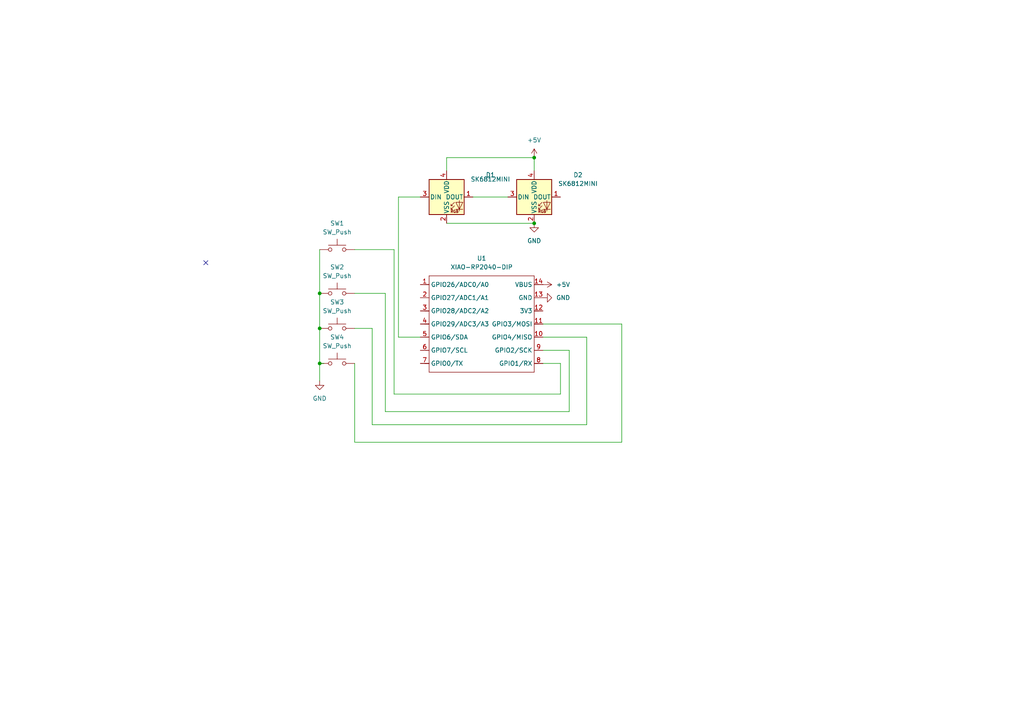
<source format=kicad_sch>
(kicad_sch (version 20250114) (generator "eeschema") (generator_version "9.0")
  (paper "A4")
  (lib_symbols
    (symbol "LED:SK6812MINI" (pin_names (offset 0.254))
      (property "Reference" "D" (at 5.08 5.715 0))
      (property "Value" "SK6812MINI" (at 1.27 -5.715 0))
      (symbol "SK6812MINI_0_0"
        (text "RGB" (at 2.286 -4.191 0) (effects (font (size 0.762 0.762))))
      )
      (symbol "SK6812MINI_0_1"
        (polyline (pts (xy 1.27 -2.54) (xy 1.778 -2.54)))
        (polyline (pts (xy 1.27 -3.556) (xy 1.778 -3.556)))
        (polyline (pts (xy 2.286 -1.524) (xy 1.27 -2.54) (xy 1.27 -2.032)))
        (polyline (pts (xy 2.286 -2.54) (xy 1.27 -3.556) (xy 1.27 -3.048)))
        (polyline (pts (xy 3.683 -1.016) (xy 3.683 -3.556) (xy 3.683 -4.064)))
        (polyline (pts (xy 4.699 -1.524) (xy 2.667 -1.524) (xy 3.683 -3.556) (xy 4.699 -1.524)))
        (polyline (pts (xy 4.699 -3.556) (xy 2.667 -3.556)))
        (rectangle (start 5.08 5.08) (end -5.08 -5.08) (stroke (width 0.254)) (fill (type background)))
      )
      (symbol "SK6812MINI_1_1"
        (pin input line (at -7.62 0 0) (length 2.54) (name "DIN") (number "3"))
        (pin power_in line (at 0 7.62 270) (length 2.54) (name "VDD") (number "4"))
        (pin power_in line (at 0 -7.62 90) (length 2.54) (name "VSS") (number "2"))
        (pin output line (at 7.62 0 180) (length 2.54) (name "DOUT") (number "1"))
      )
    )
    (symbol "OPL:XIAO-RP2040-DIP"
      (property "Reference" "U" (at 0 0 0))
      (property "Value" "XIAO-RP2040-DIP" (at 5.334 -1.778 0))
      (symbol "XIAO-RP2040-DIP_1_0"
        (polyline (pts (xy -1.27 -2.54) (xy 29.21 -2.54)) (stroke (width 0.1524)))
        (polyline (pts (xy -1.27 -5.08) (xy -2.54 -5.08)) (stroke (width 0.1524)))
        (polyline (pts (xy -1.27 -5.08) (xy -1.27 -2.54)) (stroke (width 0.1524)))
        (polyline (pts (xy -1.27 -8.89) (xy -2.54 -8.89)) (stroke (width 0.1524)))
        (polyline (pts (xy -1.27 -8.89) (xy -1.27 -5.08)) (stroke (width 0.1524)))
        (polyline (pts (xy -1.27 -12.7) (xy -2.54 -12.7)) (stroke (width 0.1524)))
        (polyline (pts (xy -1.27 -12.7) (xy -1.27 -8.89)) (stroke (width 0.1524)))
        (polyline (pts (xy -1.27 -16.51) (xy -2.54 -16.51)) (stroke (width 0.1524)))
        (polyline (pts (xy -1.27 -16.51) (xy -1.27 -12.7)) (stroke (width 0.1524)))
        (polyline (pts (xy -1.27 -20.32) (xy -2.54 -20.32)) (stroke (width 0.1524)))
        (polyline (pts (xy -1.27 -24.13) (xy -2.54 -24.13)) (stroke (width 0.1524)))
        (polyline (pts (xy -1.27 -27.94) (xy -2.54 -27.94)) (stroke (width 0.1524)))
        (polyline (pts (xy -1.27 -30.48) (xy -1.27 -16.51)) (stroke (width 0.1524)))
        (polyline (pts (xy 29.21 -2.54) (xy 29.21 -5.08)) (stroke (width 0.1524)))
        (polyline (pts (xy 29.21 -5.08) (xy 29.21 -8.89)) (stroke (width 0.1524)))
        (polyline (pts (xy 29.21 -8.89) (xy 29.21 -12.7)) (stroke (width 0.1524)))
        (polyline (pts (xy 29.21 -12.7) (xy 29.21 -30.48)) (stroke (width 0.1524)))
        (polyline (pts (xy 29.21 -30.48) (xy -1.27 -30.48)) (stroke (width 0.1524)))
        (polyline (pts (xy 30.48 -5.08) (xy 29.21 -5.08)) (stroke (width 0.1524)))
        (polyline (pts (xy 30.48 -8.89) (xy 29.21 -8.89)) (stroke (width 0.1524)))
        (polyline (pts (xy 30.48 -12.7) (xy 29.21 -12.7)) (stroke (width 0.1524)))
        (polyline (pts (xy 30.48 -16.51) (xy 29.21 -16.51)) (stroke (width 0.1524)))
        (polyline (pts (xy 30.48 -20.32) (xy 29.21 -20.32)) (stroke (width 0.1524)))
        (polyline (pts (xy 30.48 -24.13) (xy 29.21 -24.13)) (stroke (width 0.1524)))
        (polyline (pts (xy 30.48 -27.94) (xy 29.21 -27.94)) (stroke (width 0.1524)))
        (pin passive line (at -3.81 -5.08 0) (length 2.54) (name "GPIO26/ADC0/A0") (number "1"))
        (pin passive line (at -3.81 -8.89 0) (length 2.54) (name "GPIO27/ADC1/A1") (number "2"))
        (pin passive line (at -3.81 -12.7 0) (length 2.54) (name "GPIO28/ADC2/A2") (number "3"))
        (pin passive line (at -3.81 -16.51 0) (length 2.54) (name "GPIO29/ADC3/A3") (number "4"))
        (pin passive line (at -3.81 -20.32 0) (length 2.54) (name "GPIO6/SDA") (number "5"))
        (pin passive line (at -3.81 -24.13 0) (length 2.54) (name "GPIO7/SCL") (number "6"))
        (pin passive line (at -3.81 -27.94 0) (length 2.54) (name "GPIO0/TX") (number "7"))
        (pin passive line (at 31.75 -5.08 180) (length 2.54) (name "VBUS") (number "14"))
        (pin passive line (at 31.75 -8.89 180) (length 2.54) (name "GND") (number "13"))
        (pin passive line (at 31.75 -12.7 180) (length 2.54) (name "3V3") (number "12"))
        (pin passive line (at 31.75 -16.51 180) (length 2.54) (name "GPIO3/MOSI") (number "11"))
        (pin passive line (at 31.75 -20.32 180) (length 2.54) (name "GPIO4/MISO") (number "10"))
        (pin passive line (at 31.75 -24.13 180) (length 2.54) (name "GPIO2/SCK") (number "9"))
        (pin passive line (at 31.75 -27.94 180) (length 2.54) (name "GPIO1/RX") (number "8"))
      )
    )
    (symbol "Switch:SW_Push" (pin_numbers (hide yes)) (pin_names (offset 1.016) (hide yes))
      (property "Reference" "SW" (at 1.27 2.54 0))
      (property "Value" "SW_Push" (at 0 -1.524 0))
      (symbol "SW_Push_0_1"
        (circle (center -2.032 0) (radius 0.508))
        (polyline (pts (xy 0 1.27) (xy 0 3.048)))
        (circle (center 2.032 0) (radius 0.508))
        (polyline (pts (xy 2.54 1.27) (xy -2.54 1.27)))
        (pin passive line (at -5.08 0 0) (length 2.54) (name "1") (number "1"))
        (pin passive line (at 5.08 0 180) (length 2.54) (name "2") (number "2"))
      )
    )
    (symbol "power:+5V" (power) (pin_numbers (hide yes)) (pin_names (offset 0) (hide yes))
      (property "Value" "+5V" (at 0 3.556 0))
      (symbol "+5V_0_1"
        (polyline (pts (xy -0.762 1.27) (xy 0 2.54)))
        (polyline (pts (xy 0 2.54) (xy 0.762 1.27)))
        (polyline (pts (xy 0 0) (xy 0 2.54)))
      )
      (symbol "+5V_1_1"
        (pin power_in line (at 0 0 90) (length 0) (name "~") (number "1"))
      )
    )
    (symbol "power:GND" (power) (pin_numbers (hide yes)) (pin_names (offset 0) (hide yes))
      (property "Value" "GND" (at 0 -3.81 0))
      (symbol "GND_0_1"
        (polyline (pts (xy 0 0) (xy 0 -1.27) (xy 1.27 -1.27) (xy 0 -2.54) (xy -1.27 -1.27) (xy 0 -1.27)))
      )
      (symbol "GND_1_1"
        (pin power_in line (at 0 0 270) (length 0) (name "~") (number "1"))
      )
    )
  )
  (junction (at 154.94 45.72))
  (junction (at 92.71 85.09))
  (junction (at 92.71 95.25))
  (junction (at 154.94 64.77))
  (junction (at 92.71 105.41))
  (no_connect (at 59.69 76.2))
  (wire (pts (xy 121.92 57.15) (xy 115.57 57.15)))
  (wire (pts (xy 157.48 97.79) (xy 170.18 97.79)))
  (wire (pts (xy 115.57 57.15) (xy 115.57 97.79)))
  (wire (pts (xy 102.87 95.25) (xy 107.95 95.25)))
  (wire (pts (xy 102.87 128.27) (xy 180.34 128.27)))
  (wire (pts (xy 92.71 110.49) (xy 92.71 105.41)))
  (wire (pts (xy 111.76 85.09) (xy 111.76 119.38)))
  (wire (pts (xy 162.56 105.41) (xy 157.48 105.41)))
  (wire (pts (xy 92.71 95.25) (xy 92.71 105.41)))
  (wire (pts (xy 165.1 101.6) (xy 157.48 101.6)))
  (wire (pts (xy 157.48 93.98) (xy 180.34 93.98)))
  (wire (pts (xy 180.34 128.27) (xy 180.34 93.98)))
  (wire (pts (xy 129.54 64.77) (xy 154.94 64.77)))
  (wire (pts (xy 92.71 72.39) (xy 92.71 85.09)))
  (wire (pts (xy 107.95 95.25) (xy 107.95 123.19)))
  (wire (pts (xy 129.54 45.72) (xy 154.94 45.72)))
  (wire (pts (xy 137.16 57.15) (xy 147.32 57.15)))
  (wire (pts (xy 129.54 49.53) (xy 129.54 45.72)))
  (wire (pts (xy 114.3 114.3) (xy 162.56 114.3)))
  (wire (pts (xy 102.87 105.41) (xy 102.87 128.27)))
  (wire (pts (xy 162.56 114.3) (xy 162.56 105.41)))
  (wire (pts (xy 170.18 97.79) (xy 170.18 123.19)))
  (wire (pts (xy 93.98 105.41) (xy 92.71 105.41)))
  (wire (pts (xy 102.87 85.09) (xy 111.76 85.09)))
  (wire (pts (xy 92.71 85.09) (xy 92.71 95.25)))
  (wire (pts (xy 107.95 123.19) (xy 170.18 123.19)))
  (wire (pts (xy 114.3 72.39) (xy 114.3 114.3)))
  (wire (pts (xy 165.1 119.38) (xy 165.1 101.6)))
  (wire (pts (xy 154.94 45.72) (xy 154.94 49.53)))
  (wire (pts (xy 115.57 97.79) (xy 121.92 97.79)))
  (wire (pts (xy 111.76 119.38) (xy 165.1 119.38)))
  (wire (pts (xy 102.87 72.39) (xy 114.3 72.39)))
  (symbol (lib_id "LED:SK6812MINI") (at 129.54 57.15 0) (unit 1)
    (property "Reference" "D1" (at 142.24 50.7298 0))
    (property "Value" "SK6812MINI" (at 142.24 51.9998 0))
    (property "Footprint" "LED_SMD:LED_SK6812MINI_PLCC4_3.5x3.5mm_P1.75mm" (effects (hide yes)))
    (property "Datasheet" "https://cdn-shop.adafruit.com/product-files/2686/SK6812MINI_REV.01-1-2.pdf" (effects (hide yes)))
    (property "Description" "RGB LED with integrated controller" (effects (hide yes)))
  )
  (symbol (lib_id "power:GND") (at 157.48 86.36 90) (unit 1)
    (property "Reference" "#PWR01" (effects (hide yes)))
    (property "Value" "GND" (at 161.29 86.3599 90) (effects (justify right)))
    (property "Description" "Power symbol creates a global label with name \"GND\" , ground" (effects (hide yes)))
  )
  (symbol (lib_id "power:+5V") (at 157.48 82.55 270) (unit 1)
    (property "Reference" "#PWR04" (effects (hide yes)))
    (property "Value" "+5V" (at 161.29 82.5499 90) (effects (justify left)))
    (property "Description" "Power symbol creates a global label with name \"+5V\"" (effects (hide yes)))
  )
  (symbol (lib_id "power:GND") (at 154.94 64.77 0) (unit 1)
    (property "Reference" "#PWR02" (effects (hide yes)))
    (property "Value" "GND" (at 154.94 69.85 0))
    (property "Description" "Power symbol creates a global label with name \"GND\" , ground" (effects (hide yes)))
  )
  (symbol (lib_id "Switch:SW_Push") (at 97.79 85.09 0) (unit 1)
    (property "Reference" "SW2" (at 97.79 77.47 0))
    (property "Value" "SW_Push" (at 97.79 80.01 0))
    (property "Footprint" "Button_Switch_Keyboard:SW_Cherry_MX_1.00u_PCB" (effects (hide yes)))
    (property "Description" "Push button switch, generic, two pins" (effects (hide yes)))
  )
  (symbol (lib_id "LED:SK6812MINI") (at 154.94 57.15 0) (unit 1)
    (property "Reference" "D2" (at 167.64 50.7298 0))
    (property "Value" "SK6812MINI" (at 167.64 53.2698 0))
    (property "Footprint" "LED_SMD:LED_SK6812MINI_PLCC4_3.5x3.5mm_P1.75mm" (effects (hide yes)))
    (property "Datasheet" "https://cdn-shop.adafruit.com/product-files/2686/SK6812MINI_REV.01-1-2.pdf" (effects (hide yes)))
    (property "Description" "RGB LED with integrated controller" (effects (hide yes)))
  )
  (symbol (lib_id "OPL:XIAO-RP2040-DIP") (at 125.73 77.47 0) (unit 1)
    (property "Reference" "U1" (at 139.7 74.93 0))
    (property "Value" "XIAO-RP2040-DIP" (at 139.7 77.47 0))
    (property "Footprint" "OPL:XIAO-RP2040-DIP" (effects (hide yes)))
  )
  (symbol (lib_id "Switch:SW_Push") (at 97.79 105.41 0) (unit 1)
    (property "Reference" "SW4" (at 97.79 97.79 0))
    (property "Value" "SW_Push" (at 97.79 100.33 0))
    (property "Footprint" "Button_Switch_Keyboard:SW_Cherry_MX_1.00u_PCB" (effects (hide yes)))
    (property "Description" "Push button switch, generic, two pins" (effects (hide yes)))
  )
  (symbol (lib_id "power:+5V") (at 154.94 45.72 0) (unit 1)
    (property "Reference" "#PWR05" (effects (hide yes)))
    (property "Value" "+5V" (at 154.94 40.64 0))
    (property "Description" "Power symbol creates a global label with name \"+5V\"" (effects (hide yes)))
  )
  (symbol (lib_id "Switch:SW_Push") (at 97.79 95.25 0) (unit 1)
    (property "Reference" "SW3" (at 97.79 87.63 0))
    (property "Value" "SW_Push" (at 97.79 90.17 0))
    (property "Footprint" "Button_Switch_Keyboard:SW_Cherry_MX_1.00u_PCB" (effects (hide yes)))
    (property "Description" "Push button switch, generic, two pins" (effects (hide yes)))
  )
  (symbol (lib_id "power:GND") (at 92.71 110.49 0) (unit 1)
    (property "Reference" "#PWR03" (effects (hide yes)))
    (property "Value" "GND" (at 92.71 115.57 0))
    (property "Description" "Power symbol creates a global label with name \"GND\" , ground" (effects (hide yes)))
  )
  (symbol (lib_id "Switch:SW_Push") (at 97.79 72.39 0) (unit 1)
    (property "Reference" "SW1" (at 97.79 64.77 0))
    (property "Value" "SW_Push" (at 97.79 67.31 0))
    (property "Footprint" "Button_Switch_Keyboard:SW_Cherry_MX_1.00u_PCB" (effects (hide yes)))
    (property "Description" "Push button switch, generic, two pins" (effects (hide yes)))
  )
)
</source>
